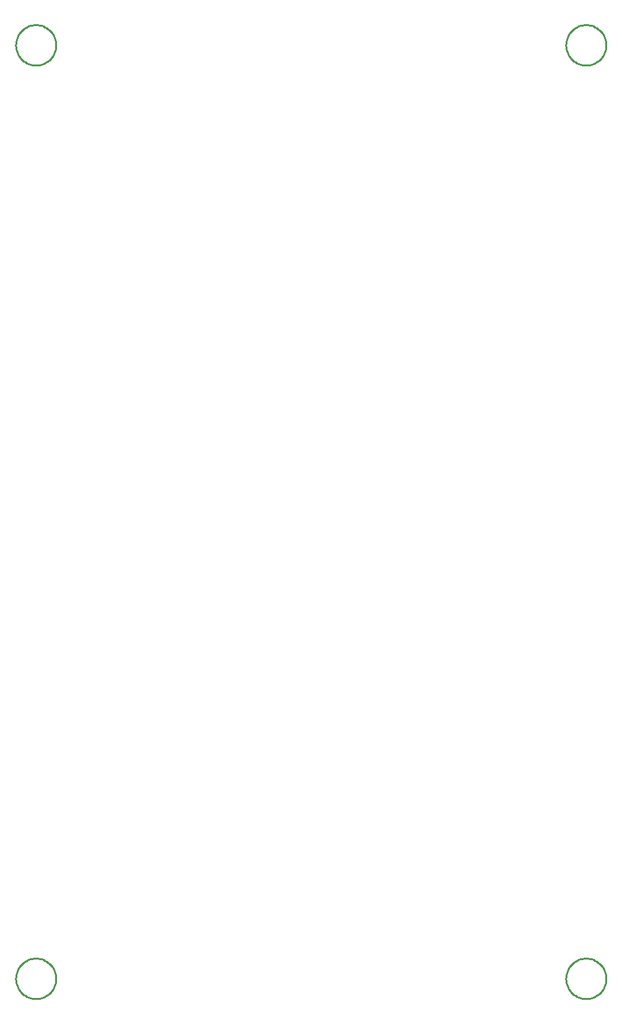
<source format=gm1>
G04*
G04 #@! TF.GenerationSoftware,Altium Limited,Altium Designer,22.6.1 (34)*
G04*
G04 Layer_Color=16711935*
%FSLAX25Y25*%
%MOIN*%
G70*
G04*
G04 #@! TF.SameCoordinates,AF77A519-CAE8-4CE4-B455-2A79372E2E6D*
G04*
G04*
G04 #@! TF.FilePolarity,Positive*
G04*
G01*
G75*
%ADD12C,0.01000*%
D12*
X138827Y526653D02*
X138781Y527653D01*
X138642Y528643D01*
X138414Y529616D01*
X138096Y530565D01*
X137692Y531479D01*
X137205Y532353D01*
X136640Y533178D01*
X136001Y533948D01*
X135294Y534655D01*
X134525Y535293D01*
X133700Y535859D01*
X132826Y536345D01*
X131911Y536749D01*
X130963Y537067D01*
X129989Y537296D01*
X128999Y537434D01*
X128000Y537480D01*
X127001Y537434D01*
X126011Y537296D01*
X125037Y537067D01*
X124089Y536749D01*
X123174Y536345D01*
X122301Y535859D01*
X121475Y535293D01*
X120706Y534655D01*
X119999Y533948D01*
X119360Y533178D01*
X118795Y532353D01*
X118308Y531479D01*
X117904Y530565D01*
X117587Y529616D01*
X117358Y528643D01*
X117219Y527653D01*
X117173Y526653D01*
X117219Y525655D01*
X117358Y524664D01*
X117587Y523691D01*
X117904Y522743D01*
X118308Y521828D01*
X118795Y520954D01*
X119360Y520129D01*
X119999Y519360D01*
X120706Y518652D01*
X121475Y518014D01*
X122300Y517448D01*
X123174Y516962D01*
X124089Y516558D01*
X125037Y516240D01*
X126011Y516011D01*
X127001Y515873D01*
X128000Y515827D01*
X128999Y515873D01*
X129989Y516011D01*
X130963Y516240D01*
X131911Y516558D01*
X132826Y516962D01*
X133700Y517448D01*
X134525Y518014D01*
X135294Y518652D01*
X136001Y519360D01*
X136640Y520129D01*
X137205Y520954D01*
X137692Y521828D01*
X138096Y522743D01*
X138414Y523691D01*
X138642Y524664D01*
X138781Y525655D01*
X138827Y526653D01*
X434827D02*
X434781Y527653D01*
X434642Y528643D01*
X434413Y529616D01*
X434096Y530565D01*
X433692Y531479D01*
X433205Y532353D01*
X432640Y533178D01*
X432001Y533948D01*
X431294Y534655D01*
X430525Y535293D01*
X429700Y535859D01*
X428826Y536345D01*
X427911Y536749D01*
X426963Y537067D01*
X425989Y537296D01*
X424999Y537434D01*
X424000Y537480D01*
X423001Y537434D01*
X422011Y537296D01*
X421037Y537067D01*
X420089Y536749D01*
X419174Y536345D01*
X418300Y535859D01*
X417475Y535293D01*
X416706Y534655D01*
X415999Y533948D01*
X415360Y533178D01*
X414795Y532353D01*
X414308Y531479D01*
X413904Y530565D01*
X413587Y529616D01*
X413358Y528643D01*
X413219Y527653D01*
X413173Y526653D01*
X413219Y525655D01*
X413358Y524664D01*
X413587Y523691D01*
X413904Y522743D01*
X414308Y521828D01*
X414795Y520954D01*
X415360Y520129D01*
X415999Y519360D01*
X416706Y518652D01*
X417475Y518014D01*
X418300Y517448D01*
X419174Y516962D01*
X420089Y516558D01*
X421037Y516240D01*
X422011Y516011D01*
X423001Y515873D01*
X424000Y515827D01*
X424999Y515873D01*
X425989Y516011D01*
X426963Y516240D01*
X427911Y516558D01*
X428826Y516962D01*
X429700Y517448D01*
X430525Y518014D01*
X431294Y518652D01*
X432001Y519360D01*
X432640Y520129D01*
X433205Y520954D01*
X433692Y521828D01*
X434096Y522743D01*
X434413Y523691D01*
X434642Y524664D01*
X434781Y525655D01*
X434827Y526653D01*
Y24654D02*
X434781Y25653D01*
X434642Y26643D01*
X434413Y27616D01*
X434096Y28565D01*
X433692Y29480D01*
X433205Y30353D01*
X432640Y31178D01*
X432001Y31947D01*
X431294Y32655D01*
X430525Y33294D01*
X429700Y33859D01*
X428826Y34345D01*
X427911Y34749D01*
X426963Y35067D01*
X425989Y35296D01*
X424999Y35434D01*
X424000Y35480D01*
X423001Y35434D01*
X422011Y35296D01*
X421037Y35067D01*
X420089Y34749D01*
X419174Y34345D01*
X418300Y33859D01*
X417475Y33294D01*
X416706Y32655D01*
X415999Y31947D01*
X415360Y31178D01*
X414795Y30353D01*
X414308Y29480D01*
X413904Y28565D01*
X413587Y27616D01*
X413358Y26643D01*
X413219Y25653D01*
X413173Y24654D01*
X413219Y23655D01*
X413358Y22664D01*
X413587Y21691D01*
X413904Y20742D01*
X414308Y19828D01*
X414795Y18954D01*
X415360Y18129D01*
X415999Y17360D01*
X416706Y16653D01*
X417475Y16014D01*
X418300Y15448D01*
X419174Y14962D01*
X420089Y14558D01*
X421037Y14240D01*
X422011Y14011D01*
X423001Y13873D01*
X424000Y13827D01*
X424999Y13873D01*
X425989Y14011D01*
X426963Y14240D01*
X427911Y14558D01*
X428826Y14962D01*
X429700Y15448D01*
X430525Y16014D01*
X431294Y16653D01*
X432001Y17360D01*
X432640Y18129D01*
X433205Y18954D01*
X433692Y19828D01*
X434096Y20742D01*
X434413Y21691D01*
X434642Y22664D01*
X434781Y23655D01*
X434827Y24654D01*
X138827D02*
X138781Y25653D01*
X138642Y26643D01*
X138414Y27616D01*
X138096Y28565D01*
X137692Y29480D01*
X137205Y30353D01*
X136640Y31178D01*
X136001Y31947D01*
X135294Y32655D01*
X134525Y33294D01*
X133700Y33859D01*
X132826Y34345D01*
X131911Y34749D01*
X130963Y35067D01*
X129989Y35296D01*
X128999Y35434D01*
X128000Y35480D01*
X127001Y35434D01*
X126011Y35296D01*
X125037Y35067D01*
X124089Y34749D01*
X123174Y34345D01*
X122301Y33859D01*
X121475Y33294D01*
X120706Y32655D01*
X119999Y31947D01*
X119360Y31178D01*
X118795Y30353D01*
X118308Y29480D01*
X117904Y28565D01*
X117587Y27616D01*
X117358Y26643D01*
X117219Y25653D01*
X117173Y24654D01*
X117219Y23655D01*
X117358Y22664D01*
X117587Y21691D01*
X117904Y20742D01*
X118308Y19828D01*
X118795Y18954D01*
X119360Y18129D01*
X119999Y17360D01*
X120706Y16653D01*
X121475Y16014D01*
X122300Y15448D01*
X123174Y14962D01*
X124089Y14558D01*
X125037Y14240D01*
X126011Y14011D01*
X127001Y13873D01*
X128000Y13827D01*
X128999Y13873D01*
X129989Y14011D01*
X130963Y14240D01*
X131911Y14558D01*
X132826Y14962D01*
X133700Y15448D01*
X134525Y16014D01*
X135294Y16653D01*
X136001Y17360D01*
X136640Y18129D01*
X137205Y18954D01*
X137692Y19828D01*
X138096Y20742D01*
X138414Y21691D01*
X138642Y22664D01*
X138781Y23655D01*
X138827Y24654D01*
M02*

</source>
